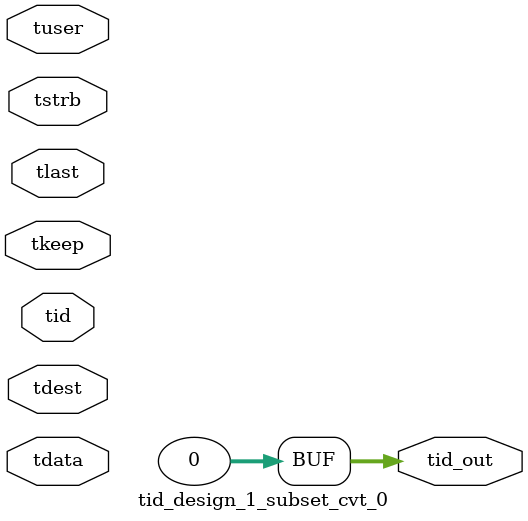
<source format=v>


`timescale 1ps/1ps

module tid_design_1_subset_cvt_0 #
(
parameter C_S_AXIS_TID_WIDTH   = 1,
parameter C_S_AXIS_TUSER_WIDTH = 0,
parameter C_S_AXIS_TDATA_WIDTH = 0,
parameter C_S_AXIS_TDEST_WIDTH = 0,
parameter C_M_AXIS_TID_WIDTH   = 32
)
(
input  [(C_S_AXIS_TID_WIDTH   == 0 ? 1 : C_S_AXIS_TID_WIDTH)-1:0       ] tid,
input  [(C_S_AXIS_TDATA_WIDTH == 0 ? 1 : C_S_AXIS_TDATA_WIDTH)-1:0     ] tdata,
input  [(C_S_AXIS_TUSER_WIDTH == 0 ? 1 : C_S_AXIS_TUSER_WIDTH)-1:0     ] tuser,
input  [(C_S_AXIS_TDEST_WIDTH == 0 ? 1 : C_S_AXIS_TDEST_WIDTH)-1:0     ] tdest,
input  [(C_S_AXIS_TDATA_WIDTH/8)-1:0 ] tkeep,
input  [(C_S_AXIS_TDATA_WIDTH/8)-1:0 ] tstrb,
input                                                                    tlast,
output [(C_M_AXIS_TID_WIDTH   == 0 ? 1 : C_M_AXIS_TID_WIDTH)-1:0       ] tid_out
);

assign tid_out = {1'b0};

endmodule


</source>
